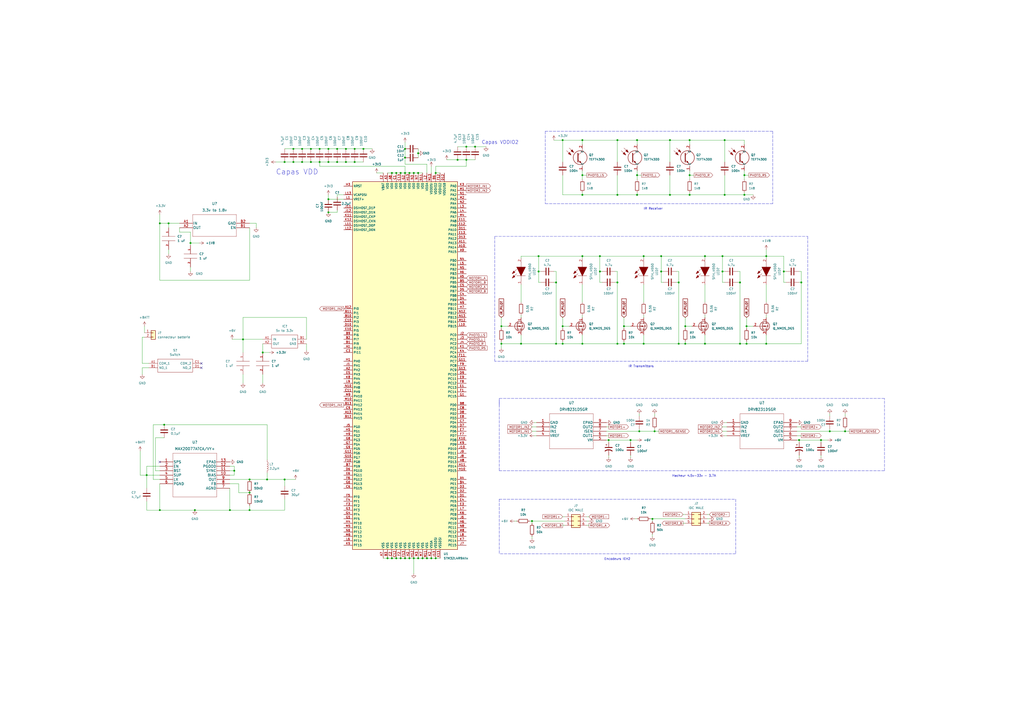
<source format=kicad_sch>
(kicad_sch (version 20211123) (generator eeschema)
  (paper "A2")
  (title_block (title "Micromouse schématic") (date "2022-10-08") (rev "1") (company "RobotiCS"))
  (junction (at 140.97 196.85))
  (junction (at 393.7 199.39))
  (junction (at 190.5 115.57))
  (junction (at 388.62 81.28))
  (junction (at 190.5 123.19))
  (junction (at 361.95 199.39))
  (junction (at 397.51 199.39))
  (junction (at 224.79 323.85))
  (junction (at 242.57 100.33))
  (junction (at 444.5 148.59))
  (junction (at 433.07 199.39))
  (junction (at 92.71 129.54))
  (junction (at 185.42 86.36))
  (junction (at 464.82 163.83))
  (junction (at 154.94 278.13))
  (junction (at 322.58 163.83))
  (junction (at 290.83 199.39))
  (junction (at 373.38 199.39))
  (junction (at 337.82 101.6))
  (junction (at 369.57 113.03))
  (junction (at 337.82 81.28))
  (junction (at 454.66 157.48))
  (junction (at 322.58 199.39))
  (junction (at 312.42 148.59))
  (junction (at 326.39 81.28))
  (junction (at 388.62 113.03))
  (junction (at 383.54 157.48))
  (junction (at 378.46 300.99))
  (junction (at 200.66 93.98))
  (junction (at 227.33 323.85))
  (junction (at 180.34 86.36))
  (junction (at 290.83 189.23))
  (junction (at 205.74 86.36))
  (junction (at 337.82 148.59))
  (junction (at 234.95 86.36))
  (junction (at 247.65 323.85))
  (junction (at 481.33 250.19))
  (junction (at 240.03 100.33))
  (junction (at 369.57 101.6))
  (junction (at 190.5 86.36))
  (junction (at 232.41 323.85))
  (junction (at 110.49 140.97))
  (junction (at 234.95 323.85))
  (junction (at 95.25 246.38))
  (junction (at 227.33 100.33))
  (junction (at 353.06 255.27))
  (junction (at 302.26 199.39))
  (junction (at 326.39 189.23))
  (junction (at 170.18 93.98))
  (junction (at 379.73 250.19))
  (junction (at 429.26 199.39))
  (junction (at 195.58 93.98))
  (junction (at 393.7 163.83))
  (junction (at 400.05 101.6))
  (junction (at 429.26 163.83))
  (junction (at 240.03 323.85))
  (junction (at 234.95 91.44))
  (junction (at 270.51 85.09))
  (junction (at 358.14 199.39))
  (junction (at 245.11 323.85))
  (junction (at 419.1 148.59))
  (junction (at 347.98 157.48))
  (junction (at 347.98 148.59))
  (junction (at 408.94 199.39))
  (junction (at 252.73 100.33))
  (junction (at 200.66 86.36))
  (junction (at 170.18 86.36))
  (junction (at 242.57 88.9))
  (junction (at 419.1 157.48))
  (junction (at 152.4 204.47))
  (junction (at 337.82 113.03))
  (junction (at 92.71 295.91))
  (junction (at 265.43 92.71))
  (junction (at 358.14 113.03))
  (junction (at 420.37 113.03))
  (junction (at 431.8 113.03))
  (junction (at 400.05 113.03))
  (junction (at 433.07 189.23))
  (junction (at 195.58 86.36))
  (junction (at 275.59 85.09))
  (junction (at 175.26 93.98))
  (junction (at 383.54 148.59))
  (junction (at 361.95 189.23))
  (junction (at 337.82 199.39))
  (junction (at 133.35 295.91))
  (junction (at 175.26 86.36))
  (junction (at 476.25 255.27))
  (junction (at 237.49 323.85))
  (junction (at 165.1 93.98))
  (junction (at 205.74 93.98))
  (junction (at 358.14 163.83))
  (junction (at 113.03 295.91))
  (junction (at 308.61 302.26))
  (junction (at 270.51 92.71))
  (junction (at 397.51 189.23))
  (junction (at 232.41 100.33))
  (junction (at 444.5 199.39))
  (junction (at 370.84 250.19))
  (junction (at 229.87 100.33))
  (junction (at 252.73 323.85))
  (junction (at 250.19 323.85))
  (junction (at 326.39 199.39))
  (junction (at 144.78 285.75))
  (junction (at 420.37 81.28))
  (junction (at 85.09 275.59))
  (junction (at 229.87 323.85))
  (junction (at 135.89 273.05))
  (junction (at 180.34 93.98))
  (junction (at 373.38 148.59))
  (junction (at 234.95 100.33))
  (junction (at 312.42 157.48))
  (junction (at 210.82 86.36))
  (junction (at 490.22 250.19))
  (junction (at 431.8 101.6))
  (junction (at 242.57 323.85))
  (junction (at 237.49 100.33))
  (junction (at 358.14 81.28))
  (junction (at 185.42 93.98))
  (junction (at 144.78 278.13))
  (junction (at 463.55 255.27))
  (junction (at 408.94 148.59))
  (junction (at 400.05 81.28))
  (junction (at 97.79 129.54))
  (junction (at 144.78 295.91))
  (junction (at 365.76 255.27))
  (junction (at 190.5 93.98))
  (junction (at 165.1 278.13))
  (junction (at 369.57 81.28))
  (no_connect (at 116.84 210.82))
  (no_connect (at 92.71 267.97))
  (no_connect (at 116.84 213.36))
  (wire (pts (xy 180.34 93.98) (xy 185.42 93.98)))
  (wire (pts (xy 397.51 189.23) (xy 397.51 190.5)))
  (wire (pts (xy 429.26 199.39) (xy 433.07 199.39)))
  (wire (pts (xy 444.5 148.59) (xy 454.66 148.59)))
  (wire (pts (xy 133.35 278.13) (xy 144.78 278.13)))
  (wire (pts (xy 138.43 280.67) (xy 138.43 285.75)))
  (wire (pts (xy 373.38 199.39) (xy 361.95 199.39)))
  (wire (pts (xy 97.79 129.54) (xy 104.14 129.54)))
  (wire (pts (xy 383.54 157.48) (xy 383.54 148.59)))
  (wire (pts (xy 358.14 81.28) (xy 369.57 81.28)))
  (wire (pts (xy 396.24 298.45) (xy 397.51 298.45)))
  (wire (pts (xy 144.78 295.91) (xy 144.78 293.37)))
  (polyline (pts (xy 289.56 231.14) (xy 289.56 234.95)))
  (wire (pts (xy 463.55 255.27) (xy 476.25 255.27)))
  (wire (pts (xy 420.37 93.98) (xy 420.37 81.28)))
  (wire (pts (xy 326.39 189.23) (xy 326.39 190.5)))
  (wire (pts (xy 152.4 217.17) (xy 152.4 222.25)))
  (wire (pts (xy 358.14 93.98) (xy 358.14 81.28)))
  (wire (pts (xy 365.76 264.16) (xy 365.76 265.43)))
  (wire (pts (xy 337.82 165.1) (xy 337.82 175.26)))
  (wire (pts (xy 312.42 157.48) (xy 312.42 163.83)))
  (wire (pts (xy 165.1 86.36) (xy 170.18 86.36)))
  (wire (pts (xy 140.97 184.15) (xy 177.8 184.15)))
  (wire (pts (xy 302.26 194.31) (xy 302.26 199.39)))
  (wire (pts (xy 175.26 93.98) (xy 180.34 93.98)))
  (wire (pts (xy 337.82 199.39) (xy 326.39 199.39)))
  (wire (pts (xy 242.57 88.9) (xy 242.57 91.44)))
  (wire (pts (xy 365.76 255.27) (xy 369.57 255.27)))
  (wire (pts (xy 92.71 129.54) (xy 97.79 129.54)))
  (wire (pts (xy 463.55 163.83) (xy 464.82 163.83)))
  (wire (pts (xy 234.95 91.44) (xy 234.95 95.25)))
  (wire (pts (xy 388.62 93.98) (xy 388.62 81.28)))
  (wire (pts (xy 195.58 113.03) (xy 199.39 113.03)))
  (wire (pts (xy 379.73 240.03) (xy 379.73 241.3)))
  (wire (pts (xy 250.19 323.85) (xy 252.73 323.85)))
  (wire (pts (xy 309.88 252.73) (xy 311.15 252.73)))
  (wire (pts (xy 349.25 157.48) (xy 347.98 157.48)))
  (wire (pts (xy 368.3 300.99) (xy 369.57 300.99)))
  (polyline (pts (xy 426.72 321.31) (xy 289.56 321.31)))
  (wire (pts (xy 462.28 252.73) (xy 464.82 252.73)))
  (wire (pts (xy 431.8 81.28) (xy 431.8 83.82)))
  (wire (pts (xy 227.33 100.33) (xy 229.87 100.33)))
  (wire (pts (xy 347.98 157.48) (xy 347.98 148.59)))
  (wire (pts (xy 347.98 163.83) (xy 349.25 163.83)))
  (polyline (pts (xy 316.23 76.2) (xy 316.23 118.11)))
  (wire (pts (xy 140.97 204.47) (xy 140.97 196.85)))
  (wire (pts (xy 400.05 101.6) (xy 400.05 104.14)))
  (wire (pts (xy 476.25 255.27) (xy 476.25 256.54)))
  (wire (pts (xy 454.66 148.59) (xy 454.66 157.48)))
  (wire (pts (xy 462.28 255.27) (xy 463.55 255.27)))
  (wire (pts (xy 97.79 129.54) (xy 97.79 132.08)))
  (wire (pts (xy 165.1 281.94) (xy 165.1 278.13)))
  (wire (pts (xy 383.54 163.83) (xy 384.81 163.83)))
  (wire (pts (xy 133.35 295.91) (xy 144.78 295.91)))
  (wire (pts (xy 242.57 100.33) (xy 245.11 100.33)))
  (wire (pts (xy 397.51 184.15) (xy 397.51 189.23)))
  (wire (pts (xy 240.03 323.85) (xy 240.03 332.74)))
  (wire (pts (xy 133.35 275.59) (xy 135.89 275.59)))
  (wire (pts (xy 356.87 157.48) (xy 358.14 157.48)))
  (wire (pts (xy 369.57 99.06) (xy 369.57 101.6)))
  (wire (pts (xy 242.57 86.36) (xy 242.57 88.9)))
  (wire (pts (xy 308.61 302.26) (xy 308.61 303.53)))
  (wire (pts (xy 408.94 199.39) (xy 397.51 199.39)))
  (wire (pts (xy 351.79 250.19) (xy 370.84 250.19)))
  (polyline (pts (xy 289.56 289.56) (xy 426.72 289.56)))
  (wire (pts (xy 92.71 278.13) (xy 88.9 278.13)))
  (wire (pts (xy 90.17 254) (xy 90.17 273.05)))
  (wire (pts (xy 392.43 163.83) (xy 393.7 163.83)))
  (wire (pts (xy 373.38 194.31) (xy 373.38 199.39)))
  (wire (pts (xy 110.49 140.97) (xy 115.57 140.97)))
  (wire (pts (xy 429.26 199.39) (xy 429.26 163.83)))
  (wire (pts (xy 308.61 250.19) (xy 311.15 250.19)))
  (wire (pts (xy 154.94 246.38) (xy 154.94 266.7)))
  (wire (pts (xy 433.07 189.23) (xy 436.88 189.23)))
  (wire (pts (xy 82.55 210.82) (xy 86.36 210.82)))
  (wire (pts (xy 85.09 290.83) (xy 85.09 295.91)))
  (wire (pts (xy 185.42 96.52) (xy 234.95 96.52)))
  (wire (pts (xy 463.55 157.48) (xy 464.82 157.48)))
  (wire (pts (xy 383.54 148.59) (xy 408.94 148.59)))
  (wire (pts (xy 160.02 93.98) (xy 165.1 93.98)))
  (wire (pts (xy 92.71 162.56) (xy 92.71 129.54)))
  (wire (pts (xy 326.39 198.12) (xy 326.39 199.39)))
  (wire (pts (xy 185.42 93.98) (xy 185.42 96.52)))
  (wire (pts (xy 195.58 93.98) (xy 200.66 93.98)))
  (wire (pts (xy 464.82 157.48) (xy 464.82 163.83)))
  (wire (pts (xy 337.82 199.39) (xy 358.14 199.39)))
  (wire (pts (xy 454.66 157.48) (xy 454.66 163.83)))
  (wire (pts (xy 400.05 101.6) (xy 402.59 101.6)))
  (wire (pts (xy 170.18 93.98) (xy 175.26 93.98)))
  (wire (pts (xy 410.21 298.45) (xy 411.48 298.45)))
  (wire (pts (xy 340.36 304.8) (xy 341.63 304.8)))
  (wire (pts (xy 490.22 240.03) (xy 490.22 241.3)))
  (wire (pts (xy 400.05 81.28) (xy 400.05 83.82)))
  (wire (pts (xy 444.5 165.1) (xy 444.5 175.26)))
  (wire (pts (xy 144.78 278.13) (xy 154.94 278.13)))
  (wire (pts (xy 229.87 323.85) (xy 232.41 323.85)))
  (wire (pts (xy 86.36 213.36) (xy 82.55 213.36)))
  (wire (pts (xy 379.73 250.19) (xy 379.73 248.92)))
  (wire (pts (xy 195.58 86.36) (xy 200.66 86.36)))
  (wire (pts (xy 420.37 81.28) (xy 431.8 81.28)))
  (wire (pts (xy 312.42 148.59) (xy 302.26 148.59)))
  (wire (pts (xy 464.82 199.39) (xy 464.82 163.83)))
  (wire (pts (xy 419.1 163.83) (xy 420.37 163.83)))
  (polyline (pts (xy 448.31 118.11) (xy 316.23 118.11)))
  (wire (pts (xy 455.93 157.48) (xy 454.66 157.48)))
  (wire (pts (xy 309.88 245.11) (xy 311.15 245.11)))
  (wire (pts (xy 358.14 199.39) (xy 358.14 163.83)))
  (wire (pts (xy 444.5 144.78) (xy 444.5 148.59)))
  (wire (pts (xy 356.87 163.83) (xy 358.14 163.83)))
  (wire (pts (xy 302.26 199.39) (xy 322.58 199.39)))
  (wire (pts (xy 462.28 247.65) (xy 464.82 247.65)))
  (wire (pts (xy 420.37 113.03) (xy 431.8 113.03)))
  (wire (pts (xy 476.25 255.27) (xy 480.06 255.27)))
  (wire (pts (xy 420.37 245.11) (xy 421.64 245.11)))
  (wire (pts (xy 326.39 93.98) (xy 326.39 81.28)))
  (wire (pts (xy 247.65 95.25) (xy 247.65 100.33)))
  (wire (pts (xy 312.42 148.59) (xy 337.82 148.59)))
  (wire (pts (xy 308.61 247.65) (xy 311.15 247.65)))
  (wire (pts (xy 92.71 273.05) (xy 90.17 273.05)))
  (wire (pts (xy 175.26 86.36) (xy 180.34 86.36)))
  (wire (pts (xy 420.37 252.73) (xy 421.64 252.73)))
  (wire (pts (xy 337.82 81.28) (xy 337.82 83.82)))
  (wire (pts (xy 358.14 113.03) (xy 369.57 113.03)))
  (wire (pts (xy 462.28 250.19) (xy 481.33 250.19)))
  (wire (pts (xy 224.79 323.85) (xy 227.33 323.85)))
  (wire (pts (xy 133.35 283.21) (xy 133.35 295.91)))
  (wire (pts (xy 481.33 248.92) (xy 481.33 250.19)))
  (wire (pts (xy 321.31 163.83) (xy 322.58 163.83)))
  (wire (pts (xy 224.79 100.33) (xy 227.33 100.33)))
  (wire (pts (xy 408.94 148.59) (xy 408.94 149.86)))
  (wire (pts (xy 92.71 295.91) (xy 113.03 295.91)))
  (wire (pts (xy 85.09 275.59) (xy 81.28 275.59)))
  (wire (pts (xy 326.39 189.23) (xy 330.2 189.23)))
  (wire (pts (xy 384.81 157.48) (xy 383.54 157.48)))
  (wire (pts (xy 95.25 246.38) (xy 154.94 246.38)))
  (wire (pts (xy 433.07 189.23) (xy 433.07 190.5)))
  (wire (pts (xy 110.49 134.62) (xy 110.49 140.97)))
  (wire (pts (xy 388.62 113.03) (xy 400.05 113.03)))
  (wire (pts (xy 82.55 213.36) (xy 82.55 217.17)))
  (wire (pts (xy 419.1 157.48) (xy 419.1 163.83)))
  (wire (pts (xy 252.73 323.85) (xy 255.27 323.85)))
  (wire (pts (xy 400.05 81.28) (xy 420.37 81.28)))
  (wire (pts (xy 240.03 323.85) (xy 242.57 323.85)))
  (wire (pts (xy 431.8 101.6) (xy 431.8 104.14)))
  (wire (pts (xy 140.97 184.15) (xy 140.97 196.85)))
  (wire (pts (xy 290.83 189.23) (xy 294.64 189.23)))
  (wire (pts (xy 490.22 250.19) (xy 492.76 250.19)))
  (wire (pts (xy 361.95 184.15) (xy 361.95 189.23)))
  (wire (pts (xy 369.57 101.6) (xy 369.57 104.14)))
  (wire (pts (xy 133.35 280.67) (xy 138.43 280.67)))
  (wire (pts (xy 144.78 295.91) (xy 165.1 295.91)))
  (wire (pts (xy 110.49 140.97) (xy 110.49 142.24)))
  (wire (pts (xy 419.1 157.48) (xy 419.1 148.59)))
  (wire (pts (xy 431.8 99.06) (xy 431.8 101.6)))
  (polyline (pts (xy 468.63 137.16) (xy 468.63 209.55)))
  (wire (pts (xy 377.19 300.99) (xy 378.46 300.99)))
  (wire (pts (xy 321.31 81.28) (xy 326.39 81.28)))
  (wire (pts (xy 383.54 148.59) (xy 373.38 148.59)))
  (wire (pts (xy 195.58 123.19) (xy 190.5 123.19)))
  (wire (pts (xy 326.39 184.15) (xy 326.39 189.23)))
  (wire (pts (xy 240.03 100.33) (xy 242.57 100.33)))
  (wire (pts (xy 113.03 295.91) (xy 133.35 295.91)))
  (wire (pts (xy 361.95 189.23) (xy 365.76 189.23)))
  (wire (pts (xy 476.25 264.16) (xy 476.25 265.43)))
  (wire (pts (xy 265.43 92.71) (xy 270.51 92.71)))
  (wire (pts (xy 337.82 182.88) (xy 337.82 184.15)))
  (wire (pts (xy 358.14 157.48) (xy 358.14 163.83)))
  (wire (pts (xy 340.36 302.26) (xy 341.63 302.26)))
  (wire (pts (xy 144.78 129.54) (xy 148.59 129.54)))
  (wire (pts (xy 340.36 299.72) (xy 341.63 299.72)))
  (wire (pts (xy 242.57 323.85) (xy 245.11 323.85)))
  (wire (pts (xy 353.06 255.27) (xy 353.06 256.54)))
  (wire (pts (xy 351.79 255.27) (xy 353.06 255.27)))
  (wire (pts (xy 321.31 157.48) (xy 322.58 157.48)))
  (wire (pts (xy 234.95 96.52) (xy 234.95 100.33)))
  (wire (pts (xy 373.38 165.1) (xy 373.38 175.26)))
  (wire (pts (xy 165.1 93.98) (xy 170.18 93.98)))
  (wire (pts (xy 165.1 295.91) (xy 165.1 289.56)))
  (wire (pts (xy 138.43 285.75) (xy 144.78 285.75)))
  (polyline (pts (xy 426.72 289.56) (xy 426.72 321.31)))
  (wire (pts (xy 81.28 261.62) (xy 81.28 275.59)))
  (wire (pts (xy 232.41 100.33) (xy 234.95 100.33)))
  (wire (pts (xy 234.95 100.33) (xy 237.49 100.33)))
  (wire (pts (xy 234.95 86.36) (xy 234.95 91.44)))
  (wire (pts (xy 408.94 199.39) (xy 429.26 199.39)))
  (polyline (pts (xy 289.56 273.05) (xy 513.08 273.05)))
  (wire (pts (xy 307.34 302.26) (xy 308.61 302.26)))
  (wire (pts (xy 135.89 273.05) (xy 133.35 273.05)))
  (wire (pts (xy 259.08 92.71) (xy 265.43 92.71)))
  (wire (pts (xy 308.61 311.15) (xy 308.61 312.42)))
  (wire (pts (xy 347.98 157.48) (xy 347.98 163.83)))
  (wire (pts (xy 429.26 157.48) (xy 429.26 163.83)))
  (wire (pts (xy 133.35 270.51) (xy 135.89 270.51)))
  (wire (pts (xy 322.58 199.39) (xy 322.58 163.83)))
  (wire (pts (xy 337.82 99.06) (xy 337.82 101.6)))
  (polyline (pts (xy 513.08 231.14) (xy 289.56 231.14)))
  (wire (pts (xy 148.59 129.54) (xy 148.59 132.08)))
  (wire (pts (xy 144.78 162.56) (xy 92.71 162.56)))
  (wire (pts (xy 463.55 264.16) (xy 463.55 265.43)))
  (wire (pts (xy 82.55 195.58) (xy 83.82 195.58)))
  (wire (pts (xy 358.14 101.6) (xy 358.14 113.03)))
  (wire (pts (xy 420.37 157.48) (xy 419.1 157.48)))
  (polyline (pts (xy 468.63 209.55) (xy 287.02 209.55)))
  (wire (pts (xy 190.5 93.98) (xy 195.58 93.98)))
  (wire (pts (xy 408.94 194.31) (xy 408.94 199.39)))
  (wire (pts (xy 234.95 82.55) (xy 234.95 86.36)))
  (wire (pts (xy 400.05 99.06) (xy 400.05 101.6)))
  (wire (pts (xy 177.8 199.39) (xy 177.8 203.2)))
  (wire (pts (xy 383.54 157.48) (xy 383.54 163.83)))
  (wire (pts (xy 90.17 254) (xy 95.25 254)))
  (wire (pts (xy 290.83 199.39) (xy 290.83 201.93)))
  (wire (pts (xy 378.46 309.88) (xy 378.46 311.15)))
  (wire (pts (xy 419.1 148.59) (xy 408.94 148.59)))
  (wire (pts (xy 232.41 323.85) (xy 234.95 323.85)))
  (wire (pts (xy 361.95 189.23) (xy 361.95 190.5)))
  (wire (pts (xy 245.11 323.85) (xy 247.65 323.85)))
  (wire (pts (xy 351.79 247.65) (xy 353.06 247.65)))
  (wire (pts (xy 337.82 148.59) (xy 337.82 149.86)))
  (wire (pts (xy 444.5 199.39) (xy 433.07 199.39)))
  (polyline (pts (xy 287.02 137.16) (xy 468.63 137.16)))
  (wire (pts (xy 337.82 101.6) (xy 337.82 104.14)))
  (wire (pts (xy 400.05 111.76) (xy 400.05 113.03)))
  (wire (pts (xy 369.57 113.03) (xy 388.62 113.03)))
  (wire (pts (xy 369.57 81.28) (xy 388.62 81.28)))
  (wire (pts (xy 378.46 300.99) (xy 397.51 300.99)))
  (wire (pts (xy 433.07 184.15) (xy 433.07 189.23)))
  (wire (pts (xy 454.66 163.83) (xy 455.93 163.83)))
  (polyline (pts (xy 513.08 273.05) (xy 513.08 231.14)))
  (wire (pts (xy 410.21 303.53) (xy 411.48 303.53)))
  (wire (pts (xy 302.26 165.1) (xy 302.26 175.26)))
  (wire (pts (xy 337.82 101.6) (xy 340.36 101.6)))
  (wire (pts (xy 393.7 157.48) (xy 393.7 163.83)))
  (wire (pts (xy 369.57 111.76) (xy 369.57 113.03)))
  (wire (pts (xy 210.82 86.36) (xy 215.9 86.36)))
  (wire (pts (xy 388.62 101.6) (xy 388.62 113.03)))
  (wire (pts (xy 83.82 189.23) (xy 83.82 193.04)))
  (wire (pts (xy 326.39 101.6) (xy 326.39 113.03)))
  (wire (pts (xy 369.57 81.28) (xy 369.57 83.82)))
  (wire (pts (xy 408.94 165.1) (xy 408.94 175.26)))
  (wire (pts (xy 195.58 121.92) (xy 195.58 123.19)))
  (wire (pts (xy 337.82 111.76) (xy 337.82 113.03)))
  (wire (pts (xy 252.73 100.33) (xy 255.27 100.33)))
  (wire (pts (xy 431.8 101.6) (xy 434.34 101.6)))
  (wire (pts (xy 419.1 148.59) (xy 444.5 148.59)))
  (wire (pts (xy 170.18 86.36) (xy 175.26 86.36)))
  (wire (pts (xy 308.61 302.26) (xy 327.66 302.26)))
  (wire (pts (xy 396.24 303.53) (xy 397.51 303.53)))
  (wire (pts (xy 270.51 92.71) (xy 275.59 92.71)))
  (wire (pts (xy 275.59 85.09) (xy 281.94 85.09)))
  (polyline (pts (xy 289.56 232.41) (xy 289.56 273.05)))
  (wire (pts (xy 195.58 114.3) (xy 195.58 113.03)))
  (wire (pts (xy 481.33 250.19) (xy 490.22 250.19)))
  (wire (pts (xy 156.21 204.47) (xy 152.4 204.47)))
  (wire (pts (xy 358.14 199.39) (xy 361.95 199.39)))
  (wire (pts (xy 420.37 101.6) (xy 420.37 113.03)))
  (wire (pts (xy 351.79 252.73) (xy 353.06 252.73)))
  (wire (pts (xy 481.33 241.3) (xy 481.33 240.03)))
  (wire (pts (xy 369.57 101.6) (xy 372.11 101.6)))
  (wire (pts (xy 227.33 323.85) (xy 229.87 323.85)))
  (wire (pts (xy 312.42 163.83) (xy 313.69 163.83)))
  (wire (pts (xy 431.8 113.03) (xy 436.88 113.03)))
  (wire (pts (xy 373.38 182.88) (xy 373.38 184.15)))
  (wire (pts (xy 85.09 275.59) (xy 85.09 270.51)))
  (wire (pts (xy 298.45 302.26) (xy 299.72 302.26)))
  (wire (pts (xy 247.65 323.85) (xy 250.19 323.85)))
  (polyline (pts (xy 316.23 76.2) (xy 448.31 76.2)))
  (wire (pts (xy 229.87 100.33) (xy 232.41 100.33)))
  (wire (pts (xy 140.97 217.17) (xy 140.97 222.25)))
  (wire (pts (xy 85.09 275.59) (xy 85.09 283.21)))
  (wire (pts (xy 370.84 248.92) (xy 370.84 250.19)))
  (wire (pts (xy 270.51 85.09) (xy 275.59 85.09)))
  (wire (pts (xy 392.43 157.48) (xy 393.7 157.48)))
  (wire (pts (xy 104.14 132.08) (xy 104.14 134.62)))
  (wire (pts (xy 326.39 81.28) (xy 337.82 81.28)))
  (wire (pts (xy 92.71 275.59) (xy 85.09 275.59)))
  (wire (pts (xy 135.89 275.59) (xy 135.89 273.05)))
  (wire (pts (xy 419.1 247.65) (xy 421.64 247.65)))
  (wire (pts (xy 252.73 96.52) (xy 252.73 100.33)))
  (polyline (pts (xy 287.02 137.16) (xy 287.02 209.55)))
  (wire (pts (xy 97.79 144.78) (xy 97.79 147.32)))
  (wire (pts (xy 337.82 194.31) (xy 337.82 199.39)))
  (wire (pts (xy 353.06 255.27) (xy 365.76 255.27)))
  (wire (pts (xy 337.82 81.28) (xy 358.14 81.28)))
  (wire (pts (xy 444.5 148.59) (xy 444.5 149.86)))
  (wire (pts (xy 92.71 295.91) (xy 92.71 280.67)))
  (wire (pts (xy 270.51 92.71) (xy 270.51 96.52)))
  (wire (pts (xy 347.98 148.59) (xy 337.82 148.59)))
  (wire (pts (xy 373.38 199.39) (xy 393.7 199.39)))
  (wire (pts (xy 444.5 182.88) (xy 444.5 184.15)))
  (wire (pts (xy 135.89 270.51) (xy 135.89 273.05)))
  (wire (pts (xy 92.71 124.46) (xy 92.71 129.54)))
  (wire (pts (xy 180.34 86.36) (xy 185.42 86.36)))
  (wire (pts (xy 265.43 85.09) (xy 270.51 85.09)))
  (wire (pts (xy 290.83 198.12) (xy 290.83 199.39)))
  (wire (pts (xy 190.5 86.36) (xy 195.58 86.36)))
  (wire (pts (xy 154.94 274.32) (xy 154.94 278.13)))
  (wire (pts (xy 378.46 300.99) (xy 378.46 302.26)))
  (wire (pts (xy 373.38 148.59) (xy 373.38 149.86)))
  (wire (pts (xy 463.55 255.27) (xy 463.55 256.54)))
  (wire (pts (xy 82.55 195.58) (xy 82.55 210.82)))
  (wire (pts (xy 408.94 182.88) (xy 408.94 184.15)))
  (wire (pts (xy 393.7 199.39) (xy 393.7 163.83)))
  (wire (pts (xy 205.74 86.36) (xy 210.82 86.36)))
  (wire (pts (xy 104.14 134.62) (xy 110.49 134.62)))
  (wire (pts (xy 88.9 246.38) (xy 95.25 246.38)))
  (wire (pts (xy 250.19 96.52) (xy 250.19 100.33)))
  (wire (pts (xy 234.95 95.25) (xy 247.65 95.25)))
  (wire (pts (xy 313.69 157.48) (xy 312.42 157.48)))
  (wire (pts (xy 444.5 194.31) (xy 444.5 199.39)))
  (polyline (pts (xy 448.31 76.2) (xy 448.31 118.11)))
  (wire (pts (xy 400.05 113.03) (xy 420.37 113.03)))
  (wire (pts (xy 200.66 93.98) (xy 205.74 93.98)))
  (wire (pts (xy 144.78 132.08) (xy 144.78 162.56)))
  (wire (pts (xy 353.06 264.16) (xy 353.06 265.43)))
  (wire (pts (xy 365.76 255.27) (xy 365.76 256.54)))
  (wire (pts (xy 302.26 199.39) (xy 290.83 199.39)))
  (wire (pts (xy 302.26 182.88) (xy 302.26 184.15)))
  (wire (pts (xy 397.51 198.12) (xy 397.51 199.39)))
  (wire (pts (xy 237.49 323.85) (xy 240.03 323.85)))
  (wire (pts (xy 326.39 113.03) (xy 337.82 113.03)))
  (wire (pts (xy 190.5 115.57) (xy 199.39 115.57)))
  (wire (pts (xy 234.95 323.85) (xy 237.49 323.85)))
  (wire (pts (xy 322.58 157.48) (xy 322.58 163.83)))
  (wire (pts (xy 270.51 96.52) (xy 252.73 96.52)))
  (wire (pts (xy 290.83 184.15) (xy 290.83 189.23)))
  (wire (pts (xy 110.49 154.94) (xy 110.49 157.48)))
  (wire (pts (xy 444.5 199.39) (xy 464.82 199.39)))
  (wire (pts (xy 322.58 199.39) (xy 326.39 199.39)))
  (wire (pts (xy 140.97 196.85) (xy 152.4 196.85)))
  (wire (pts (xy 379.73 250.19) (xy 382.27 250.19)))
  (wire (pts (xy 185.42 93.98) (xy 190.5 93.98)))
  (wire (pts (xy 200.66 86.36) (xy 205.74 86.36)))
  (wire (pts (xy 134.62 196.85) (xy 140.97 196.85)))
  (wire (pts (xy 222.25 323.85) (xy 224.79 323.85)))
  (wire (pts (xy 347.98 148.59) (xy 373.38 148.59)))
  (wire (pts (xy 85.09 295.91) (xy 92.71 295.91)))
  (wire (pts (xy 88.9 278.13) (xy 88.9 246.38)))
  (wire (pts (xy 326.39 299.72) (xy 327.66 299.72)))
  (wire (pts (xy 337.82 113.03) (xy 358.14 113.03)))
  (wire (pts (xy 490.22 250.19) (xy 490.22 248.92)))
  (wire (pts (xy 388.62 81.28) (xy 400.05 81.28)))
  (wire (pts (xy 326.39 304.8) (xy 327.66 304.8)))
  (wire (pts (xy 205.74 93.98) (xy 210.82 93.98)))
  (wire (pts (xy 152.4 204.47) (xy 152.4 199.39)))
  (wire (pts (xy 393.7 199.39) (xy 397.51 199.39)))
  (wire (pts (xy 302.26 148.59) (xy 302.26 149.86)))
  (wire (pts (xy 370.84 250.19) (xy 379.73 250.19)))
  (wire (pts (xy 419.1 250.19) (xy 421.64 250.19)))
  (wire (pts (xy 218.44 100.33) (xy 222.25 100.33)))
  (wire (pts (xy 431.8 111.76) (xy 431.8 113.03)))
  (wire (pts (xy 397.51 189.23) (xy 401.32 189.23)))
  (wire (pts (xy 290.83 189.23) (xy 290.83 190.5)))
  (wire (pts (xy 190.5 113.03) (xy 190.5 115.57)))
  (wire (pts (xy 433.07 198.12) (xy 433.07 199.39)))
  (wire (pts (xy 370.84 241.3) (xy 370.84 240.03)))
  (wire (pts (xy 237.49 100.33) (xy 240.03 100.33)))
  (wire (pts (xy 85.09 270.51) (xy 92.71 270.51)))
  (polyline (pts (xy 289.56 289.56) (xy 289.56 321.31)))
  (wire (pts (xy 427.99 163.83) (xy 429.26 163.83)))
  (wire (pts (xy 165.1 278.13) (xy 171.45 278.13)))
  (wire (pts (xy 427.99 157.48) (xy 429.26 157.48)))
  (wire (pts (xy 154.94 278.13) (xy 165.1 278.13)))
  (wire (pts (xy 410.21 300.99) (xy 411.48 300.99)))
  (wire (pts (xy 312.42 157.48) (xy 312.42 148.59)))
  (wire (pts (xy 361.95 198.12) (xy 361.95 199.39)))
  (wire (pts (xy 185.42 86.36) (xy 190.5 86.36)))
  (wire (pts (xy 177.8 184.15) (xy 177.8 196.85)))
  (text "Hacheur 4.5v-33v - 3.7A" (at 389.89 276.86 0) (effects (font (size 1.27 1.27)) (justify left bottom)))
  (text "Capas VDD" (at 160.02 101.6 0) (effects (font (size 3 3)) (justify left bottom)))
  (text "Capas VDDIO2" (at 279.4 83.82 0) (effects (font (size 2 2)) (justify left bottom)))
  (text "Encodeurs IEH2\n" (at 350.52 325.12 0) (effects (font (size 1.27 1.27)) (justify left bottom)))
  (text "IR Transmitters" (at 364.49 213.36 0) (effects (font (size 1.27 1.27)) (justify left bottom)))
  (text "IR Receiver " (at 373.38 121.92 0) (effects (font (size 1.27 1.27)) (justify left bottom)))
  (global_label "PHOTO_LS" (shape output) (at 340.36 101.6 0) (property "Intersheet References" "${INTERSHEET_REFS}" (effects hide)))
  (global_label "IR_PILOT" (shape input) (at 326.39 184.15 90) (effects (font bold)) (property "Intersheet References" "${INTERSHEET_REFS}" (effects hide)))
  (global_label "PHOTO_R" (shape input) (at 270.51 199.39 0) (property "Intersheet References" "${INTERSHEET_REFS}" (effects hide)))
  (global_label "IR_PILOT" (shape input) (at 433.07 184.15 90) (effects (font bold)) (property "Intersheet References" "${INTERSHEET_REFS}" (effects hide)))
  (global_label "PHOTO_L" (shape input) (at 270.51 196.85 0) (property "Intersheet References" "${INTERSHEET_REFS}" (effects hide)))
  (global_label "PHOTO_RS" (shape output) (at 434.34 101.6 0) (property "Intersheet References" "${INTERSHEET_REFS}" (effects hide)))
  (global_label "MOTOR1_B" (shape output) (at 326.39 304.8 180) (property "Intersheet References" "${INTERSHEET_REFS}" (effects hide)))
  (global_label "MOTOR1-" (shape input) (at 341.63 299.72 0) (property "Intersheet References" "${INTERSHEET_REFS}" (effects hide)))
  (global_label "MOTOR2_IN1" (shape input) (at 419.1 250.19 180) (property "Intersheet References" "${INTERSHEET_REFS}" (effects hide)))
  (global_label "MOTOR1_IN2" (shape output) (at 199.39 179.07 180) (property "Intersheet References" "${INTERSHEET_REFS}" (effects hide)))
  (global_label "MOTOR1_ISENSE" (shape output) (at 382.27 250.19 0) (property "Intersheet References" "${INTERSHEET_REFS}" (effects hide)))
  (global_label "MOTOR2+" (shape input) (at 396.24 298.45 180) (property "Intersheet References" "${INTERSHEET_REFS}" (effects hide)))
  (global_label "MOTOR1_IN2" (shape input) (at 308.61 247.65 180) (property "Intersheet References" "${INTERSHEET_REFS}" (effects hide)))
  (global_label "MOTOR2_A" (shape input) (at 270.51 166.37 0) (property "Intersheet References" "${INTERSHEET_REFS}" (effects hide)))
  (global_label "IR_PILOT" (shape input) (at 397.51 184.15 90) (effects (font bold)) (property "Intersheet References" "${INTERSHEET_REFS}" (effects hide)))
  (global_label "MOTOR1_IN1" (shape output) (at 199.39 234.95 180) (property "Intersheet References" "${INTERSHEET_REFS}" (effects hide)))
  (global_label "MOTOR2_IN2" (shape output) (at 270.51 110.49 0) (property "Intersheet References" "${INTERSHEET_REFS}" (effects hide)))
  (global_label "MOTOR1+" (shape output) (at 353.06 247.65 0) (property "Intersheet References" "${INTERSHEET_REFS}" (effects hide)))
  (global_label "IR_PILOT" (shape input) (at 361.95 184.15 90) (effects (font bold)) (property "Intersheet References" "${INTERSHEET_REFS}" (effects hide)))
  (global_label "PHOTO_R" (shape output) (at 402.59 101.6 0) (property "Intersheet References" "${INTERSHEET_REFS}" (effects hide)))
  (global_label "MOTOR2-" (shape input) (at 411.48 298.45 0) (property "Intersheet References" "${INTERSHEET_REFS}" (effects hide)))
  (global_label "MOTOR1+" (shape input) (at 326.39 299.72 180) (property "Intersheet References" "${INTERSHEET_REFS}" (effects hide)))
  (global_label "IR_PILOT" (shape input) (at 290.83 184.15 90) (effects (font bold)) (property "Intersheet References" "${INTERSHEET_REFS}" (effects hide)))
  (global_label "MOTOR2_B" (shape input) (at 270.51 168.91 0) (property "Intersheet References" "${INTERSHEET_REFS}" (effects hide)))
  (global_label "MOTOR2_IN1" (shape output) (at 270.51 107.95 0) (property "Intersheet References" "${INTERSHEET_REFS}" (effects hide)))
  (global_label "PHOTO_RS" (shape input) (at 270.51 201.93 0) (property "Intersheet References" "${INTERSHEET_REFS}" (effects hide)))
  (global_label "MOTOR1_A" (shape output) (at 341.63 304.8 0) (property "Intersheet References" "${INTERSHEET_REFS}" (effects hide)))
  (global_label "MOTOR2_A" (shape output) (at 411.48 303.53 0) (property "Intersheet References" "${INTERSHEET_REFS}" (effects hide)))
  (global_label "MOTOR2-" (shape output) (at 464.82 252.73 0) (property "Intersheet References" "${INTERSHEET_REFS}" (effects hide)))
  (global_label "MOTOR1-" (shape output) (at 353.06 252.73 0) (property "Intersheet References" "${INTERSHEET_REFS}" (effects hide)))
  (global_label "MOTOR1_IN1" (shape input) (at 308.61 250.19 180) (property "Intersheet References" "${INTERSHEET_REFS}" (effects hide)))
  (global_label "PHOTO_LS" (shape input) (at 270.51 194.31 0) (property "Intersheet References" "${INTERSHEET_REFS}" (effects hide)))
  (global_label "MOTOR2_B" (shape output) (at 396.24 303.53 180) (property "Intersheet References" "${INTERSHEET_REFS}" (effects hide)))
  (global_label "MOTOR1_A" (shape input) (at 270.51 161.29 0) (property "Intersheet References" "${INTERSHEET_REFS}" (effects hide)))
  (global_label "MOTOR2_IN2" (shape input) (at 419.1 247.65 180) (property "Intersheet References" "${INTERSHEET_REFS}" (effects hide)))
  (global_label "MOTOR1_B" (shape input) (at 270.51 163.83 0) (property "Intersheet References" "${INTERSHEET_REFS}" (effects hide)))
  (global_label "MOTOR2+" (shape output) (at 464.82 247.65 0) (property "Intersheet References" "${INTERSHEET_REFS}" (effects hide)))
  (global_label "PHOTO_L" (shape output) (at 372.11 101.6 0) (property "Intersheet References" "${INTERSHEET_REFS}" (effects hide)))
  (global_label "MOTOR1_ISENSE" (shape output) (at 492.76 250.19 0) (property "Intersheet References" "${INTERSHEET_REFS}" (effects hide)))
  (symbol (lib_id "Device:Q_NMOS_DGS") (at 441.96 189.23 0) (unit 1)
    (property "Reference" "Q?" (at 448.31 187.9599 0) (effects (justify left)))
    (property "Value" "Q_NMOS_DGS" (at 448.31 190.4999 0) (effects (justify left)))
  )
  (symbol (lib_id "power:+BATT") (at 83.82 189.23 0) (unit 1)
    (property "Reference" "#PWR?" (effects hide))
    (property "Value" "+BATT" (at 83.82 184.15 0))
  )
  (symbol (lib_id "Device:R") (at 337.82 179.07 0) (unit 1)
    (property "Reference" "R?" (at 344.17 179.07 90))
    (property "Value" "0.56" (at 341.63 179.07 90))
  )
  (symbol (lib_id "Device:C") (at 424.18 157.48 90) (unit 1)
    (property "Reference" "C?" (at 424.18 151.13 90))
    (property "Value" "4,7u" (at 424.18 153.67 90))
  )
  (symbol (lib_id "power:GND") (at 148.59 132.08 0) (unit 1)
    (property "Reference" "#PWR?" (effects hide))
    (property "Value" "GND" (at 148.59 137.16 0))
  )
  (symbol (lib_id "TEFT4300:TEFT4300") (at 400.05 83.82 0) (unit 1)
    (property "Reference" "Q?" (at 403.86 89.9159 0) (effects (justify left)))
    (property "Value" "TEFT4300" (at 403.86 92.4559 0) (effects (justify left)))
    (property "Footprint" "TEFT4300" (effects hide))
    (property "Datasheet" "https://datasheet.datasheetarchive.com/originals/distributors/Datasheets-310/86913.pdf" (effects hide))
    (property "Description" "Vishay TEFT4300 60  Infrared Phototransistor, Through-hole 3mm Package" (effects hide))
    (property "Height" "6.1" (effects hide))
    (property "Mouser Part Number" "782-TEFT4300" (effects hide))
    (property "Mouser Price/Stock" "https://www.mouser.co.uk/ProductDetail/Vishay-Semiconductors/TEFT4300?qs=HsFHTXumnCRbcrt8oPFPMA%3D%3D" (effects hide))
    (property "Manufacturer_Name" "Vishay" (effects hide))
    (property "Manufacturer_Part_Number" "TEFT4300" (effects hide))
  )
  (symbol (lib_id "power:GND") (at 140.97 222.25 0) (unit 1)
    (property "Reference" "#PWR?" (effects hide))
    (property "Value" "GND" (at 140.97 227.33 0))
  )
  (symbol (lib_id "Device:R") (at 308.61 307.34 0) (unit 1)
    (property "Reference" "R?" (at 311.15 306.0699 0) (effects (justify left)))
    (property "Value" "50k" (at 311.15 308.6099 0) (effects (justify left)))
  )
  (symbol (lib_id "pspice:C") (at 97.79 138.43 0) (unit 1)
    (property "Reference" "C?" (at 102.87 137.1599 0) (effects (justify left)))
    (property "Value" "1 uF" (at 102.87 139.6999 0) (effects (justify left)))
  )
  (symbol (lib_id "power:GND") (at 411.48 300.99 90) (unit 1)
    (property "Reference" "#PWR?" (effects hide))
    (property "Value" "GND" (at 415.29 300.9899 90) (effects (justify right)))
  )
  (symbol (lib_id "power:GND") (at 215.9 86.36 0) (unit 1)
    (property "Reference" "#PWR02" (effects hide))
    (property "Value" "GND" (at 215.9 91.44 0))
  )
  (symbol (lib_id "power:+3V3") (at 259.08 92.71 0) (unit 1)
    (property "Reference" "#PWR08" (effects hide))
    (property "Value" "+3V3" (at 259.08 87.63 0))
  )
  (symbol (lib_id "power:GND") (at 190.5 123.19 0) (unit 1)
    (property "Reference" "#PWR?" (effects hide))
    (property "Value" "GND" (at 190.5 128.27 0))
  )
  (symbol (lib_id "power:+6V") (at 298.45 302.26 90) (unit 1)
    (property "Reference" "#PWR?" (effects hide))
    (property "Value" "+6V" (at 294.64 302.2599 90) (effects (justify left)))
  )
  (symbol (lib_id "power:+3V3") (at 250.19 96.52 0) (unit 1)
    (property "Reference" "#PWR07" (effects hide))
    (property "Value" "+3V3" (at 250.19 92.71 0))
  )
  (symbol (lib_id "power:+3.3V") (at 309.88 252.73 90) (unit 1)
    (property "Reference" "#PWR?" (effects hide))
    (property "Value" "+3.3V" (at 306.07 252.7299 90) (effects (justify left)))
  )
  (symbol (lib_id "power:GND") (at 436.88 113.03 0) (unit 1)
    (property "Reference" "#PWR?" (effects hide))
    (property "Value" "GND" (at 433.07 115.57 0))
  )
  (symbol (lib_id "TEFT4300:TEFT4300") (at 337.82 83.82 0) (unit 1)
    (property "Reference" "Q?" (at 341.63 89.9159 0) (effects (justify left)))
    (property "Value" "TEFT4300" (at 341.63 92.4559 0) (effects (justify left)))
    (property "Footprint" "TEFT4300" (effects hide))
    (property "Datasheet" "https://datasheet.datasheetarchive.com/originals/distributors/Datasheets-310/86913.pdf" (effects hide))
    (property "Description" "Vishay TEFT4300 60  Infrared Phototransistor, Through-hole 3mm Package" (effects hide))
    (property "Height" "6.1" (effects hide))
    (property "Mouser Part Number" "782-TEFT4300" (effects hide))
    (property "Mouser Price/Stock" "https://www.mouser.co.uk/ProductDetail/Vishay-Semiconductors/TEFT4300?qs=HsFHTXumnCRbcrt8oPFPMA%3D%3D" (effects hide))
    (property "Manufacturer_Name" "Vishay" (effects hide))
    (property "Manufacturer_Part_Number" "TEFT4300" (effects hide))
  )
  (symbol (lib_id "Device:R") (at 361.95 194.31 180) (unit 1)
    (property "Reference" "R?" (at 364.49 193.0399 0) (effects (justify right)))
    (property "Value" "10k" (at 364.49 195.5799 0) (effects (justify right)))
  )
  (symbol (lib_id "Device:C") (at 200.66 90.17 180) (unit 1)
    (property "Reference" "C8" (at 201.93 78.74 90) (effects (justify left)))
    (property "Value" "100nF" (at 199.39 78.74 90) (effects (justify left)))
  )
  (symbol (lib_id "power:GND") (at 341.63 302.26 90) (unit 1)
    (property "Reference" "#PWR?" (effects hide))
    (property "Value" "GND" (at 345.44 302.2599 90) (effects (justify right)))
  )
  (symbol (lib_id "Device:C_Polarized_US") (at 353.06 260.35 0) (unit 1)
    (property "Reference" "C?" (at 356.87 258.4449 0) (effects (justify left)))
    (property "Value" "100u" (at 356.87 260.9849 0) (effects (justify left)))
  )
  (symbol (lib_id "Device:Q_NMOS_DGS") (at 406.4 189.23 0) (unit 1)
    (property "Reference" "Q?" (at 412.75 187.9599 0) (effects (justify left)))
    (property "Value" "Q_NMOS_DGS" (at 412.75 190.4999 0) (effects (justify left)))
  )
  (symbol (lib_id "TEFT4300:TEFT4300") (at 369.57 83.82 0) (unit 1)
    (property "Reference" "Q?" (at 373.38 89.9159 0) (effects (justify left)))
    (property "Value" "TEFT4300" (at 373.38 92.4559 0) (effects (justify left)))
    (property "Footprint" "TEFT4300" (effects hide))
    (property "Datasheet" "https://datasheet.datasheetarchive.com/originals/distributors/Datasheets-310/86913.pdf" (effects hide))
    (property "Description" "Vishay TEFT4300 60  Infrared Phototransistor, Through-hole 3mm Package" (effects hide))
    (property "Height" "6.1" (effects hide))
    (property "Mouser Part Number" "782-TEFT4300" (effects hide))
    (property "Mouser Price/Stock" "https://www.mouser.co.uk/ProductDetail/Vishay-Semiconductors/TEFT4300?qs=HsFHTXumnCRbcrt8oPFPMA%3D%3D" (effects hide))
    (property "Manufacturer_Name" "Vishay" (effects hide))
    (property "Manufacturer_Part_Number" "TEFT4300" (effects hide))
  )
  (symbol (lib_id "Device:R") (at 303.53 302.26 270) (unit 1)
    (property "Reference" "R?" (at 303.53 295.91 90))
    (property "Value" "10k" (at 303.53 298.45 90))
  )
  (symbol (lib_id "Device:Q_NMOS_DGS") (at 370.84 189.23 0) (unit 1)
    (property "Reference" "Q?" (at 377.19 187.9599 0) (effects (justify left)))
    (property "Value" "Q_NMOS_DGS" (at 377.19 190.4999 0) (effects (justify left)))
  )
  (symbol (lib_id "Device:R") (at 433.07 194.31 180) (unit 1)
    (property "Reference" "R?" (at 435.61 193.0399 0) (effects (justify right)))
    (property "Value" "10k" (at 435.61 195.5799 0) (effects (justify right)))
  )
  (symbol (lib_id "Device:R") (at 290.83 194.31 180) (unit 1)
    (property "Reference" "R?" (at 293.37 193.0399 0) (effects (justify right)))
    (property "Value" "10k" (at 293.37 195.5799 0) (effects (justify right)))
  )
  (symbol (lib_id "power:+3.3V") (at 420.37 252.73 90) (unit 1)
    (property "Reference" "#PWR?" (effects hide))
    (property "Value" "+3.3V" (at 416.56 252.7299 90) (effects (justify left)))
  )
  (symbol (lib_id "Device:R") (at 444.5 179.07 0) (unit 1)
    (property "Reference" "R?" (at 450.85 179.07 90))
    (property "Value" "0.56" (at 448.31 179.07 90))
  )
  (symbol (lib_id "Device:C") (at 481.33 245.11 0) (unit 1)
    (property "Reference" "C?" (at 476.25 246.38 0) (effects (justify left)))
    (property "Value" "100n" (at 473.71 243.84 0) (effects (justify left)))
  )
  (symbol (lib_id "power:GND") (at 290.83 201.93 0) (unit 1)
    (property "Reference" "#PWR?" (effects hide))
    (property "Value" "GND" (at 290.83 207.01 0))
  )
  (symbol (lib_id "Device:C") (at 275.59 88.9 180) (unit 1)
    (property "Reference" "C15" (at 276.86 77.47 90) (effects (justify left)))
    (property "Value" "100nF" (at 274.32 77.47 90) (effects (justify left)))
  )
  (symbol (lib_id "Connector_Generic:Conn_01x02") (at 88.9 193.04 0) (unit 1)
    (property "Reference" "J?" (at 91.44 193.0399 0) (effects (justify left)))
    (property "Value" "connecteur batterie" (at 91.44 195.5799 0) (effects (justify left)))
  )
  (symbol (lib_id "MAX20077ATCA-VY:MAX20077ATCA{slash}VY+") (at 92.71 267.97 0) (unit 1)
    (property "Reference" "U?" (at 113.03 256.54 0) (effects (font (size 1.524 1.524))))
    (property "Value" "MAX20077ATCA/VY+" (at 113.03 260.35 0) (effects (font (size 1.524 1.524))))
  )
  (symbol (lib_id "Device:R") (at 378.46 306.07 0) (unit 1)
    (property "Reference" "R?" (at 381 304.7999 0) (effects (justify left)))
    (property "Value" "50k" (at 381 307.3399 0) (effects (justify left)))
  )
  (symbol (lib_id "power:GND") (at 351.79 245.11 90) (unit 1)
    (property "Reference" "#PWR?" (effects hide))
    (property "Value" "GND" (at 355.6 245.1099 90) (effects (justify right)))
  )
  (symbol (lib_id "Device:Q_NMOS_DGS") (at 299.72 189.23 0) (unit 1)
    (property "Reference" "Q?" (at 306.07 187.9599 0) (effects (justify left)))
    (property "Value" "Q_NMOS_DGS" (at 306.07 190.4999 0) (effects (justify left)))
  )
  (symbol (lib_id "Connector_Generic:Conn_02x03_Odd_Even") (at 332.74 302.26 0) (unit 1)
    (property "Reference" "J?" (at 334.01 293.37 0))
    (property "Value" "IDC MALE" (at 334.01 295.91 0))
  )
  (symbol (lib_id "power:GND") (at 490.22 240.03 180) (unit 1)
    (property "Reference" "#PWR?" (effects hide))
    (property "Value" "GND" (at 490.22 234.95 0))
  )
  (symbol (lib_id "Device:C") (at 205.74 90.17 180) (unit 1)
    (property "Reference" "C9" (at 207.01 78.74 90) (effects (justify left)))
    (property "Value" "100nF" (at 204.47 78.74 90) (effects (justify left)))
  )
  (symbol (lib_id "TPS7A0333PYCHR:TPS7A0333PYCHR") (at 152.4 196.85 0) (unit 1)
    (property "Reference" "IC?" (at 165.1 189.23 0))
    (property "Value" "5v to 3.3v" (at 165.1 191.77 0))
    (property "Footprint" "TPS7A0333PYCHR:BGA4C35P2X2_64X64X40" (effects hide))
    (property "Datasheet" "https://www.ti.com/lit/gpn/tps7a03?HQS=ti-null-null-sf-df-pf-sep-wwe&DCM=yes" (effects hide))
    (property "Description" "LDO Voltage Regulators 200-mA, nanopower-IQ (200 nA), low-dropout (LDO) voltage regulator with enable 4-DSBGA -40 to 125" (effects hide))
    (property "Height" "0.4" (effects hide))
    (property "Mouser Part Number" "595-TPS7A0333PYCHR" (effects hide))
    (property "Mouser Price/Stock" "https://www.mouser.co.uk/ProductDetail/Texas-Instruments/TPS7A0333PYCHR?qs=DRkmTr78QASt%252BMCkG4QYQg%3D%3D" (effects hide))
    (property "Manufacturer_Name" "Texas Instruments" (effects hide))
    (property "Manufacturer_Part_Number" "TPS7A0333PYCHR" (effects hide))
  )
  (symbol (lib_id "TPS7A0318PYCHR:TPS7A0318PYCHR") (at 104.14 129.54 0) (unit 1)
    (property "Reference" "U?" (at 124.46 118.11 0) (effects (font (size 1.524 1.524))))
    (property "Value" "3.3v to 1.8v" (at 124.46 121.92 0) (effects (font (size 1.524 1.524))))
  )
  (symbol (lib_id "Device:C") (at 190.5 90.17 180) (unit 1)
    (property "Reference" "C6" (at 191.77 78.74 90) (effects (justify left)))
    (property "Value" "100nF" (at 189.23 78.74 90) (effects (justify left)))
  )
  (symbol (lib_id "power:+3V3") (at 218.44 100.33 0) (unit 1)
    (property "Reference" "#PWR03" (effects hide))
    (property "Value" "+3V3" (at 218.44 95.25 0))
  )
  (symbol (lib_id "Device:R") (at 337.82 107.95 0) (unit 1)
    (property "Reference" "R?" (at 340.36 106.6799 0) (effects (justify left)))
    (property "Value" "1k8" (at 340.36 109.2199 0) (effects (justify left)))
  )
  (symbol (lib_id "Connector_Generic:Conn_02x03_Odd_Even") (at 402.59 300.99 0) (unit 1)
    (property "Reference" "J?" (at 403.86 292.1 0))
    (property "Value" "IDC MALE" (at 403.86 294.64 0))
  )
  (symbol (lib_id "Device:C") (at 190.5 119.38 180) (unit 1)
    (property "Reference" "C?" (at 184.15 118.11 90) (effects (justify left)))
    (property "Value" "100nF" (at 186.69 116.84 90) (effects (justify left)))
  )
  (symbol (lib_id "power:GND") (at 370.84 240.03 180) (unit 1)
    (property "Reference" "#PWR?" (effects hide))
    (property "Value" "GND" (at 370.84 234.95 0))
  )
  (symbol (lib_id "Device:C") (at 238.76 91.44 270) (unit 1)
    (property "Reference" "C12" (at 232.41 90.17 90))
    (property "Value" "1µF" (at 232.41 92.71 90))
  )
  (symbol (lib_id "power:GND") (at 240.03 332.74 0) (unit 1)
    (property "Reference" "#PWR05" (effects hide))
    (property "Value" "GND" (at 240.03 337.82 0))
  )
  (symbol (lib_id "power:GND") (at 177.8 203.2 0) (unit 1)
    (property "Reference" "#PWR?" (effects hide))
    (property "Value" "GND" (at 177.8 208.28 0))
  )
  (symbol (lib_id "power:+1V8") (at 115.57 140.97 270) (unit 1)
    (property "Reference" "#PWR?" (effects hide))
    (property "Value" "+1V8" (at 119.38 140.9699 90) (effects (justify left)))
  )
  (symbol (lib_id "power:+3.3V") (at 156.21 204.47 270) (unit 1)
    (property "Reference" "#PWR?" (effects hide))
    (property "Value" "+3.3V" (at 160.02 204.4699 90) (effects (justify left)))
  )
  (symbol (lib_id "Device:C") (at 459.74 163.83 90) (unit 1)
    (property "Reference" "C?" (at 459.74 167.64 90))
    (property "Value" "100nF" (at 459.74 170.18 90))
  )
  (symbol (lib_id "Device:C") (at 370.84 245.11 0) (unit 1)
    (property "Reference" "C?" (at 365.76 246.38 0) (effects (justify left)))
    (property "Value" "100n" (at 363.22 243.84 0) (effects (justify left)))
  )
  (symbol (lib_id "power:+3.3V") (at 321.31 81.28 0) (unit 1)
    (property "Reference" "#PWR?" (effects hide))
    (property "Value" "+3.3V" (at 326.39 78.74 0))
  )
  (symbol (lib_id "Device:C") (at 85.09 287.02 0) (unit 1)
    (property "Reference" "C?" (at 76.2 285.75 0) (effects (justify left)))
    (property "Value" "4,7µF" (at 76.2 288.2901 0) (effects (justify left)))
  )
  (symbol (lib_id "SFH_4550:SFH_4550") (at 408.94 165.1 90) (unit 1)
    (property "Reference" "LED?" (at 416.56 157.48 0))
    (property "Value" "SFH_4550" (at 414.02 157.48 0))
    (property "Footprint" "SFH4550" (effects hide))
    (property "Datasheet" "https://datasheet.datasheetarchive.com/originals/distributors/DKDS41/DSANUWW0036919.pdf" (effects hide))
    (property "Description" "Infrared Emitters - High Power Infrared 850 nm HALF ANGLE +/-3DEG" (effects hide))
    (property "Height" "9" (effects hide))
    (property "Mouser Part Number" "720-SFH4550" (effects hide))
    (property "Mouser Price/Stock" "https://www.mouser.co.uk/ProductDetail/OSRAM-Opto-Semiconductors/SFH-4550?qs=K5ta8V%252BWhtavCsf0k%2FOizw%3D%3D" (effects hide))
    (property "Manufacturer_Name" "OSRAM" (effects hide))
    (property "Manufacturer_Part_Number" "SFH 4550" (effects hide))
  )
  (symbol (lib_id "TEFT4300:TEFT4300") (at 431.8 83.82 0) (unit 1)
    (property "Reference" "Q?" (at 435.61 89.9159 0) (effects (justify left)))
    (property "Value" "TEFT4300" (at 435.61 92.4559 0) (effects (justify left)))
    (property "Footprint" "TEFT4300" (effects hide))
    (property "Datasheet" "https://datasheet.datasheetarchive.com/originals/distributors/Datasheets-310/86913.pdf" (effects hide))
    (property "Description" "Vishay TEFT4300 60  Infrared Phototransistor, Through-hole 3mm Package" (effects hide))
    (property "Height" "6.1" (effects hide))
    (property "Mouser Part Number" "782-TEFT4300" (effects hide))
    (property "Mouser Price/Stock" "https://www.mouser.co.uk/ProductDetail/Vishay-Semiconductors/TEFT4300?qs=HsFHTXumnCRbcrt8oPFPMA%3D%3D" (effects hide))
    (property "Manufacturer_Name" "Vishay" (effects hide))
    (property "Manufacturer_Part_Number" "TEFT4300" (effects hide))
  )
  (symbol (lib_id "power:GND") (at 110.49 157.48 0) (unit 1)
    (property "Reference" "#PWR?" (effects hide))
    (property "Value" "GND" (at 115.57 158.75 0))
  )
  (symbol (lib_id "Device:C_Polarized_US") (at 463.55 260.35 0) (unit 1)
    (property "Reference" "C?" (at 467.36 258.4449 0) (effects (justify left)))
    (property "Value" "100u" (at 467.36 260.9849 0) (effects (justify left)))
  )
  (symbol (lib_id "power:GND") (at 420.37 245.11 270) (unit 1)
    (property "Reference" "#PWR?" (effects hide))
    (property "Value" "GND" (at 416.56 245.1099 90) (effects (justify right)))
  )
  (symbol (lib_id "Device:C") (at 388.62 157.48 90) (unit 1)
    (property "Reference" "C?" (at 388.62 151.13 90))
    (property "Value" "4,7u" (at 388.62 153.67 90))
  )
  (symbol (lib_id "pspice:C") (at 110.49 148.59 0) (unit 1)
    (property "Reference" "C?" (at 115.57 147.3199 0) (effects (justify left)))
    (property "Value" "1 uF" (at 115.57 149.8599 0) (effects (justify left)))
  )
  (symbol (lib_id "Device:C") (at 365.76 260.35 0) (unit 1)
    (property "Reference" "C?" (at 369.57 259.0799 0) (effects (justify left)))
    (property "Value" "100nF" (at 369.57 261.6199 0) (effects (justify left)))
  )
  (symbol (lib_id "power:+3V3") (at 234.95 82.55 0) (unit 1)
    (property "Reference" "#PWR04" (effects hide))
    (property "Value" "+3V3" (at 234.95 77.47 0))
  )
  (symbol (lib_id "Device:R") (at 490.22 245.11 180) (unit 1)
    (property "Reference" "R?" (at 485.14 243.84 0) (effects (justify right)))
    (property "Value" "1k" (at 485.14 246.38 0) (effects (justify right)))
  )
  (symbol (lib_id "Device:C") (at 353.06 157.48 90) (unit 1)
    (property "Reference" "C?" (at 353.06 151.13 90))
    (property "Value" "4,7u" (at 353.06 153.67 90))
  )
  (symbol (lib_id "Device:C") (at 270.51 88.9 180) (unit 1)
    (property "Reference" "C14" (at 271.78 77.47 90) (effects (justify left)))
    (property "Value" "100nF" (at 269.24 77.47 90) (effects (justify left)))
  )
  (symbol (lib_id "Device:R") (at 373.38 300.99 270) (unit 1)
    (property "Reference" "R?" (at 373.38 294.64 90))
    (property "Value" "10k" (at 373.38 297.18 90))
  )
  (symbol (lib_id "Device:C") (at 317.5 157.48 90) (unit 1)
    (property "Reference" "C?" (at 317.5 151.13 90))
    (property "Value" "4,7u" (at 317.5 153.67 90))
  )
  (symbol (lib_id "power:GND") (at 353.06 265.43 0) (unit 1)
    (property "Reference" "#PWR?" (effects hide))
    (property "Value" "GND" (at 353.06 270.51 0))
  )
  (symbol (lib_id "power:+1V8") (at 444.5 144.78 0) (unit 1)
    (property "Reference" "#PWR?" (effects hide))
    (property "Value" "+1V8" (at 444.5 139.7 0))
  )
  (symbol (lib_id "Device:C") (at 476.25 260.35 0) (unit 1)
    (property "Reference" "C?" (at 480.06 259.0799 0) (effects (justify left)))
    (property "Value" "100nF" (at 480.06 261.6199 0) (effects (justify left)))
  )
  (symbol (lib_id "power:GND") (at 113.03 295.91 0) (unit 1)
    (property "Reference" "#PWR?" (effects hide))
    (property "Value" "GND" (at 113.03 300.99 0))
  )
  (symbol (lib_id "Device:R") (at 326.39 194.31 180) (unit 1)
    (property "Reference" "R?" (at 328.93 193.0399 0) (effects (justify right)))
    (property "Value" "10k" (at 328.93 195.5799 0) (effects (justify right)))
  )
  (symbol (lib_id "Device:C") (at 165.1 285.75 0) (unit 1)
    (property "Reference" "C?" (at 168.91 284.4799 0) (effects (justify left)))
    (property "Value" "30µF" (at 168.91 287.0199 0) (effects (justify left)))
  )
  (symbol (lib_id "Device:C") (at 210.82 90.17 180) (unit 1)
    (property "Reference" "C10" (at 212.09 78.74 90) (effects (justify left)))
    (property "Value" "100nF" (at 209.55 78.74 90) (effects (justify left)))
  )
  (symbol (lib_id "power:GND") (at 309.88 245.11 270) (unit 1)
    (property "Reference" "#PWR?" (effects hide))
    (property "Value" "GND" (at 306.07 245.1099 90) (effects (justify right)))
  )
  (symbol (lib_id "power:GND") (at 476.25 265.43 0) (unit 1)
    (property "Reference" "#PWR?" (effects hide))
    (property "Value" "GND" (at 476.25 270.51 0))
  )
  (symbol (lib_id "power:GND") (at 97.79 147.32 0) (unit 1)
    (property "Reference" "#PWR?" (effects hide))
    (property "Value" "GND" (at 97.79 152.4 0))
  )
  (symbol (lib_id "Device:C") (at 459.74 157.48 90) (unit 1)
    (property "Reference" "C?" (at 459.74 151.13 90))
    (property "Value" "4,7u" (at 459.74 153.67 90))
  )
  (symbol (lib_id "Device:C") (at 353.06 163.83 90) (unit 1)
    (property "Reference" "C?" (at 353.06 167.64 90))
    (property "Value" "100nF" (at 353.06 170.18 90))
  )
  (symbol (lib_id "Device:C") (at 165.1 90.17 180) (unit 1)
    (property "Reference" "C1" (at 166.37 78.74 90) (effects (justify left)))
    (property "Value" "4,7µF" (at 163.83 78.74 90) (effects (justify left)))
  )
  (symbol (lib_id "power:GND") (at 308.61 312.42 0) (unit 1)
    (property "Reference" "#PWR?" (effects hide))
    (property "Value" "GND" (at 308.61 317.5 0))
  )
  (symbol (lib_id "Device:C") (at 95.25 250.19 0) (unit 1)
    (property "Reference" "C?" (at 99.06 248.9199 0) (effects (justify left)))
    (property "Value" "0,1µF" (at 99.06 251.4599 0) (effects (justify left)))
  )
  (symbol (lib_id "DRV8321:DRV8231DSGR") (at 311.15 245.11 0) (unit 1)
    (property "Reference" "U?" (at 331.47 233.68 0) (effects (font (size 1.524 1.524))))
    (property "Value" "DRV8231DSGR" (at 332.74 237.49 0) (effects (font (size 1.524 1.524))))
    (property "Footprint" "Package_SON:WSON-8-1EP_2x2mm_P0.5mm_EP0.9x1.6mm" (effects hide))
  )
  (symbol (lib_id "Device:C") (at 265.43 88.9 180) (unit 1)
    (property "Reference" "C13" (at 266.7 77.47 90) (effects (justify left)))
    (property "Value" "4,7µF" (at 264.16 77.47 90) (effects (justify left)))
  )
  (symbol (lib_id "Device:C") (at 358.14 97.79 0) (unit 1)
    (property "Reference" "C?" (at 361.95 96.52 0) (effects (justify left)))
    (property "Value" "100n" (at 361.95 99.06 0) (effects (justify left)))
  )
  (symbol (lib_id "MCU_ST_STM32L4+:STM32L4R9AIIx") (at 234.95 212.09 0) (unit 1)
    (property "Reference" "U1" (at 257.2894 321.31 0) (effects (justify left)))
    (property "Value" "STM32L4R9AIIx" (at 257.2894 323.85 0) (effects (justify left)))
    (property "Footprint" "Package_BGA:UFBGA-169_7x7mm_Layout13x13_P0.5mm" (effects hide))
    (property "Datasheet" "http://www.st.com/st-web-ui/static/active/en/resource/technical/document/datasheet/DM00366448.pdf" (effects hide))
  )
  (symbol (lib_id "power:GND") (at 378.46 311.15 0) (unit 1)
    (property "Reference" "#PWR?" (effects hide))
    (property "Value" "GND" (at 378.46 316.23 0))
  )
  (symbol (lib_id "Device:Q_NMOS_DGS") (at 335.28 189.23 0) (unit 1)
    (property "Reference" "Q?" (at 341.63 187.9599 0) (effects (justify left)))
    (property "Value" "Q_NMOS_DGS" (at 341.63 190.4999 0) (effects (justify left)))
  )
  (symbol (lib_id "power:GND") (at 242.57 88.9 90) (unit 1)
    (property "Reference" "#PWR06" (effects hide))
    (property "Value" "GND" (at 245.11 88.9 90) (effects (justify right)))
  )
  (symbol (lib_id "power:GND") (at 481.33 240.03 180) (unit 1)
    (property "Reference" "#PWR?" (effects hide))
    (property "Value" "GND" (at 481.33 234.95 0))
  )
  (symbol (lib_id "power:+6V") (at 171.45 278.13 0) (unit 1)
    (property "Reference" "#PWR?" (effects hide))
    (property "Value" "+6V" (at 171.45 273.05 0))
  )
  (symbol (lib_id "power:GND") (at 133.35 267.97 90) (unit 1)
    (property "Reference" "#PWR?" (effects hide))
    (property "Value" "GND" (at 137.16 267.9699 90) (effects (justify right)))
  )
  (symbol (lib_id "power:+6V") (at 480.06 255.27 270) (unit 1)
    (property "Reference" "#PWR?" (effects hide))
    (property "Value" "+6V" (at 483.87 255.2699 90) (effects (justify left)))
  )
  (symbol (lib_id "power:GND") (at 462.28 245.11 90) (unit 1)
    (property "Reference" "#PWR?" (effects hide))
    (property "Value" "GND" (at 466.09 245.1099 90) (effects (justify right)))
  )
  (symbol (lib_id "Device:C") (at 185.42 90.17 180) (unit 1)
    (property "Reference" "C5" (at 186.69 78.74 90) (effects (justify left)))
    (property "Value" "100nF" (at 184.15 78.74 90) (effects (justify left)))
  )
  (symbol (lib_id "ESE-20C343:ESE-20C343") (at 86.36 210.82 0) (unit 1)
    (property "Reference" "S?" (at 101.6 203.2 0))
    (property "Value" "Switch" (at 101.6 205.74 0))
    (property "Footprint" "ESE-20C343:ESE20C343" (effects hide))
    (property "Datasheet" "https://www.arrow.com/en/products/ese-20c343/panasonic" (effects hide))
    (property "Description" "Pushbutton Switches Push Switch Mom SPST Leaded 8.9m" (effects hide))
    (property "Height" "12.5" (effects hide))
    (property "Mouser Part Number" "667-ESE-20C343" (effects hide))
    (property "Mouser Price/Stock" "https://www.mouser.co.uk/ProductDetail/Panasonic/ESE-20C343?qs=WwqriLBepZuWOWJOBTO27g%3D%3D" (effects hide))
    (property "Manufacturer_Name" "Panasonic" (effects hide))
    (property "Manufacturer_Part_Number" "ESE-20C343" (effects hide))
  )
  (symbol (lib_id "power:+6V") (at 134.62 196.85 0) (unit 1)
    (property "Reference" "#PWR?" (effects hide))
    (property "Value" "+6V" (at 134.62 191.77 0))
  )
  (symbol (lib_id "pspice:C") (at 152.4 210.82 0) (unit 1)
    (property "Reference" "C?" (at 157.48 209.5499 0) (effects (justify left)))
    (property "Value" "1 uF" (at 157.48 212.0899 0) (effects (justify left)))
  )
  (symbol (lib_id "power:+3V3") (at 190.5 113.03 0) (unit 1)
    (property "Reference" "#PWR?" (effects hide))
    (property "Value" "+3V3" (at 190.5 107.95 0))
  )
  (symbol (lib_id "Device:R") (at 373.38 179.07 0) (unit 1)
    (property "Reference" "R?" (at 379.73 179.07 90))
    (property "Value" "0.56" (at 377.19 179.07 90))
  )
  (symbol (lib_id "Device:C") (at 420.37 97.79 0) (unit 1)
    (property "Reference" "C?" (at 424.18 96.5199 0) (effects (justify left)))
    (property "Value" "100n" (at 424.18 99.0599 0) (effects (justify left)))
  )
  (symbol (lib_id "power:GND") (at 281.94 85.09 0) (unit 1)
    (property "Reference" "#PWR09" (effects hide))
    (property "Value" "GND" (at 281.94 90.17 0))
  )
  (symbol (lib_id "Device:C") (at 388.62 163.83 90) (unit 1)
    (property "Reference" "C?" (at 388.62 167.64 90))
    (property "Value" "100nF" (at 388.62 170.18 90))
  )
  (symbol (lib_id "power:GND") (at 82.55 217.17 0) (unit 1)
    (property "Reference" "#PWR?" (effects hide))
    (property "Value" "GND" (at 82.55 222.25 0))
  )
  (symbol (lib_id "Device:C") (at 388.62 97.79 0) (unit 1)
    (property "Reference" "C?" (at 392.43 96.5199 0) (effects (justify left)))
    (property "Value" "100n" (at 392.43 99.0599 0) (effects (justify left)))
  )
  (symbol (lib_id "Device:R") (at 302.26 179.07 0) (unit 1)
    (property "Reference" "R?" (at 308.61 179.07 90))
    (property "Value" "0.56" (at 306.07 179.07 90))
  )
  (symbol (lib_id "Device:R") (at 431.8 107.95 0) (unit 1)
    (property "Reference" "R?" (at 434.34 106.6799 0) (effects (justify left)))
    (property "Value" "1k8" (at 434.34 109.2199 0) (effects (justify left)))
  )
  (symbol (lib_id "power:+3V3") (at 160.02 93.98 90) (unit 1)
    (property "Reference" "#PWR01" (effects hide))
    (property "Value" "+3V3" (at 154.94 93.98 0))
  )
  (symbol (lib_id "Device:C") (at 326.39 97.79 0) (unit 1)
    (property "Reference" "C?" (at 330.2 96.5199 0) (effects (justify left)))
    (property "Value" "100n" (at 330.2 99.0599 0) (effects (justify left)))
  )
  (symbol (lib_id "Device:C") (at 195.58 90.17 180) (unit 1)
    (property "Reference" "C7" (at 196.85 78.74 90) (effects (justify left)))
    (property "Value" "100nF" (at 194.31 78.74 90) (effects (justify left)))
  )
  (symbol (lib_id "Device:C") (at 170.18 90.17 180) (unit 1)
    (property "Reference" "C2" (at 171.45 78.74 90) (effects (justify left)))
    (property "Value" "100nF" (at 168.91 78.74 90) (effects (justify left)))
  )
  (symbol (lib_id "Device:C") (at 238.76 86.36 270) (unit 1)
    (property "Reference" "C11" (at 232.41 85.09 90))
    (property "Value" "10nF" (at 232.41 87.63 90))
  )
  (symbol (lib_id "power:+6V") (at 368.3 300.99 90) (unit 1)
    (property "Reference" "#PWR?" (effects hide))
    (property "Value" "+6V" (at 364.49 300.9899 90) (effects (justify left)))
  )
  (symbol (lib_id "Device:R") (at 144.78 281.94 0) (unit 1)
    (property "Reference" "R?" (at 147.32 280.6699 0) (effects (justify left)))
    (property "Value" "50kΩ" (at 147.32 283.2099 0) (effects (justify left)))
  )
  (symbol (lib_id "DRV8321:DRV8231DSGR") (at 421.64 245.11 0) (unit 1)
    (property "Reference" "U?" (at 441.96 233.68 0) (effects (font (size 1.524 1.524))))
    (property "Value" "DRV8231DSGR" (at 441.96 237.49 0) (effects (font (size 1.524 1.524))))
    (property "Footprint" "Package_SON:WSON-8-1EP_2x2mm_P0.5mm_EP0.9x1.6mm" (effects hide))
  )
  (symbol (lib_id "Device:C") (at 175.26 90.17 180) (unit 1)
    (property "Reference" "C3" (at 176.53 78.74 90) (effects (justify left)))
    (property "Value" "100nF" (at 173.99 78.74 90) (effects (justify left)))
  )
  (symbol (lib_id "SFH_4550:SFH_4550") (at 337.82 165.1 90) (unit 1)
    (property "Reference" "LED?" (at 345.44 157.48 0))
    (property "Value" "SFH_4550" (at 342.9 157.48 0))
    (property "Footprint" "SFH4550" (effects hide))
    (property "Datasheet" "https://datasheet.datasheetarchive.com/originals/distributors/DKDS41/DSANUWW0036919.pdf" (effects hide))
    (property "Description" "Infrared Emitters - High Power Infrared 850 nm HALF ANGLE +/-3DEG" (effects hide))
    (property "Height" "9" (effects hide))
    (property "Mouser Part Number" "720-SFH4550" (effects hide))
    (property "Mouser Price/Stock" "https://www.mouser.co.uk/ProductDetail/OSRAM-Opto-Semiconductors/SFH-4550?qs=K5ta8V%252BWhtavCsf0k%2FOizw%3D%3D" (effects hide))
    (property "Manufacturer_Name" "OSRAM" (effects hide))
    (property "Manufacturer_Part_Number" "SFH 4550" (effects hide))
  )
  (symbol (lib_id "SFH_4550:SFH_4550") (at 444.5 165.1 90) (unit 1)
    (property "Reference" "LED?" (at 452.12 157.48 0))
    (property "Value" "SFH_4550" (at 449.58 157.48 0))
    (property "Footprint" "SFH4550" (effects hide))
    (property "Datasheet" "https://datasheet.datasheetarchive.com/originals/distributors/DKDS41/DSANUWW0036919.pdf" (effects hide))
    (property "Description" "Infrared Emitters - High Power Infrared 850 nm HALF ANGLE +/-3DEG" (effects hide))
    (property "Height" "9" (effects hide))
    (property "Mouser Part Number" "720-SFH4550" (effects hide))
    (property "Mouser Price/Stock" "https://www.mouser.co.uk/ProductDetail/OSRAM-Opto-Semiconductors/SFH-4550?qs=K5ta8V%252BWhtavCsf0k%2FOizw%3D%3D" (effects hide))
    (property "Manufacturer_Name" "OSRAM" (effects hide))
    (property "Manufacturer_Part_Number" "SFH 4550" (effects hide))
  )
  (symbol (lib_id "Device:R") (at 400.05 107.95 0) (unit 1)
    (property "Reference" "R?" (at 402.59 106.6799 0) (effects (justify left)))
    (property "Value" "1k8" (at 402.59 109.2199 0) (effects (justify left)))
  )
  (symbol (lib_id "Device:C") (at 317.5 163.83 90) (unit 1)
    (property "Reference" "C?" (at 317.5 167.64 90))
    (property "Value" "100nF" (at 317.5 170.18 90))
  )
  (symbol (lib_id "power:+6V") (at 369.57 255.27 270) (unit 1)
    (property "Reference" "#PWR?" (effects hide))
    (property "Value" "+6V" (at 373.38 255.2699 90) (effects (justify left)))
  )
  (symbol (lib_id "Device:R") (at 397.51 194.31 180) (unit 1)
    (property "Reference" "R?" (at 400.05 193.0399 0) (effects (justify right)))
    (property "Value" "10k" (at 400.05 195.5799 0) (effects (justify right)))
  )
  (symbol (lib_id "Device:R") (at 408.94 179.07 0) (unit 1)
    (property "Reference" "R?" (at 415.29 179.07 90))
    (property "Value" "0.56" (at 412.75 179.07 90))
  )
  (symbol (lib_id "Device:L") (at 154.94 270.51 0) (unit 1)
    (property "Reference" "L?" (at 156.21 269.2399 0) (effects (justify left)))
    (property "Value" "2.2µH" (at 156.21 271.7799 0) (effects (justify left)))
  )
  (symbol (lib_id "power:GND") (at 463.55 265.43 0) (unit 1)
    (property "Reference" "#PWR?" (effects hide))
    (property "Value" "GND" (at 463.55 270.51 0))
  )
  (symbol (lib_id "Device:R") (at 144.78 289.56 0) (unit 1)
    (property "Reference" "R?" (at 147.32 288.2899 0) (effects (justify left)))
    (property "Value" "10kΩ" (at 147.32 290.8299 0) (effects (justify left)))
  )
  (symbol (lib_id "Device:C") (at 180.34 90.17 180) (unit 1)
    (property "Reference" "C4" (at 181.61 78.74 90) (effects (justify left)))
    (property "Value" "100nF" (at 179.07 78.74 90) (effects (justify left)))
  )
  (symbol (lib_id "pspice:C") (at 140.97 210.82 0) (unit 1)
    (property "Reference" "C?" (at 130.81 209.5499 0) (effects (justify left)))
    (property "Value" "1 uF" (at 130.81 212.09 0) (effects (justify left)))
  )
  (symbol (lib_id "power:GND") (at 152.4 222.25 0) (unit 1)
    (property "Reference" "#PWR?" (effects hide))
    (property "Value" "GND" (at 152.4 227.33 0))
  )
  (symbol (lib_id "Device:C") (at 424.18 163.83 90) (unit 1)
    (property "Reference" "C?" (at 424.18 167.64 90))
    (property "Value" "100nF" (at 424.18 170.18 90))
  )
  (symbol (lib_id "power:+BATT") (at 81.28 261.62 0) (unit 1)
    (property "Reference" "#PWR?" (effects hide))
    (property "Value" "+BATT" (at 81.28 256.54 0))
  )
  (symbol (lib_id "power:GND") (at 379.73 240.03 180) (unit 1)
    (property "Reference" "#PWR?" (effects hide))
    (property "Value" "GND" (at 379.73 234.95 0))
  )
  (symbol (lib_id "SFH_4550:SFH_4550") (at 373.38 165.1 90) (unit 1)
    (property "Reference" "LED?" (at 381 157.48 0))
    (property "Value" "SFH_4550" (at 378.46 157.48 0))
    (property "Footprint" "SFH4550" (effects hide))
    (property "Datasheet" "https://datasheet.datasheetarchive.com/originals/distributors/DKDS41/DSANUWW0036919.pdf" (effects hide))
    (property "Description" "Infrared Emitters - High Power Infrared 850 nm HALF ANGLE +/-3DEG" (effects hide))
    (property "Height" "9" (effects hide))
    (property "Mouser Part Number" "720-SFH4550" (effects hide))
    (property "Mouser Price/Stock" "https://www.mouser.co.uk/ProductDetail/OSRAM-Opto-Semiconductors/SFH-4550?qs=K5ta8V%252BWhtavCsf0k%2FOizw%3D%3D" (effects hide))
    (property "Manufacturer_Name" "OSRAM" (effects hide))
    (property "Manufacturer_Part_Number" "SFH 4550" (effects hide))
  )
  (symbol (lib_id "Device:C") (at 195.58 118.11 0) (unit 1)
    (property "Reference" "C?" (at 194.31 111.76 0) (effects (justify left)))
    (property "Value" "2.2µF" (at 198.12 118.11 0) (effects (justify left)))
  )
  (symbol (lib_id "SFH_4550:SFH_4550") (at 302.26 165.1 90) (unit 1)
    (property "Reference" "LED?" (at 309.88 157.48 0))
    (property "Value" "SFH_4550" (at 307.34 157.48 0))
    (property "Footprint" "SFH4550" (effects hide))
    (property "Datasheet" "https://datasheet.datasheetarchive.com/originals/distributors/DKDS41/DSANUWW0036919.pdf" (effects hide))
    (property "Description" "Infrared Emitters - High Power Infrared 850 nm HALF ANGLE +/-3DEG" (effects hide))
    (property "Height" "9" (effects hide))
    (property "Mouser Part Number" "720-SFH4550" (effects hide))
    (property "Mouser Price/Stock" "https://www.mouser.co.uk/ProductDetail/OSRAM-Opto-Semiconductors/SFH-4550?qs=K5ta8V%252BWhtavCsf0k%2FOizw%3D%3D" (effects hide))
    (property "Manufacturer_Name" "OSRAM" (effects hide))
    (property "Manufacturer_Part_Number" "SFH 4550" (effects hide))
  )
  (symbol (lib_id "power:+3.3V") (at 92.71 124.46 0) (unit 1)
    (property "Reference" "#PWR?" (effects hide))
    (property "Value" "+3.3V" (at 90.17 119.38 0) (effects (justify left)))
  )
  (symbol (lib_id "Device:R") (at 369.57 107.95 0) (unit 1)
    (property "Reference" "R?" (at 372.11 106.6799 0) (effects (justify left)))
    (property "Value" "1k8" (at 372.11 109.2199 0) (effects (justify left)))
  )
  (symbol (lib_id "Device:R") (at 379.73 245.11 180) (unit 1)
    (property "Reference" "R?" (at 377.19 246.3801 0) (effects (justify left)))
    (property "Value" "1k" (at 377.19 243.8401 0) (effects (justify left)))
  )
  (symbol (lib_id "power:GND") (at 365.76 265.43 0) (unit 1)
    (property "Reference" "#PWR?" (effects hide))
    (property "Value" "GND" (at 365.76 270.51 0))
  )
)
</source>
